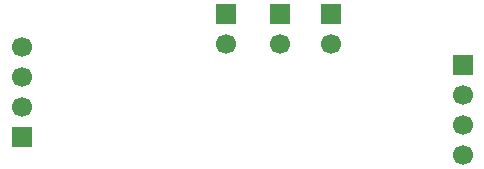
<source format=gbr>
%TF.GenerationSoftware,KiCad,Pcbnew,9.0.1*%
%TF.CreationDate,2025-09-03T00:36:22-07:00*%
%TF.ProjectId,stm32-test,73746d33-322d-4746-9573-742e6b696361,rev?*%
%TF.SameCoordinates,Original*%
%TF.FileFunction,Soldermask,Bot*%
%TF.FilePolarity,Negative*%
%FSLAX46Y46*%
G04 Gerber Fmt 4.6, Leading zero omitted, Abs format (unit mm)*
G04 Created by KiCad (PCBNEW 9.0.1) date 2025-09-03 00:36:22*
%MOMM*%
%LPD*%
G01*
G04 APERTURE LIST*
%ADD10R,1.700000X1.700000*%
%ADD11C,1.700000*%
G04 APERTURE END LIST*
D10*
%TO.C,J1*%
X168910000Y-96774000D03*
D11*
X168910000Y-99314000D03*
X168910000Y-101854000D03*
X168910000Y-104394000D03*
%TD*%
D10*
%TO.C,J4*%
X153416000Y-92456000D03*
D11*
X153416000Y-94996000D03*
%TD*%
%TO.C,J2*%
X131572000Y-95250000D03*
X131572000Y-97790000D03*
X131572000Y-100330000D03*
D10*
X131572000Y-102870000D03*
%TD*%
D11*
%TO.C,J5*%
X148869000Y-95016000D03*
D10*
X148869000Y-92476000D03*
%TD*%
D11*
%TO.C,J6*%
X157734000Y-94996000D03*
D10*
X157734000Y-92456000D03*
%TD*%
M02*

</source>
